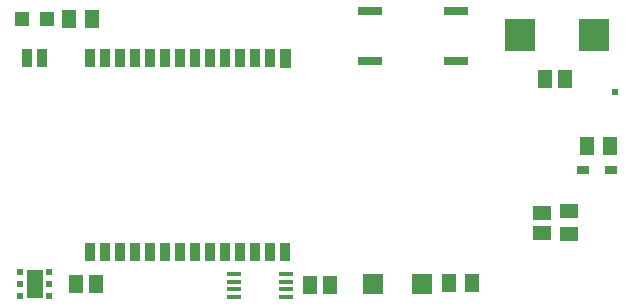
<source format=gbr>
G04 EAGLE Gerber RS-274X export*
G75*
%MOMM*%
%FSLAX34Y34*%
%LPD*%
%INSolderpaste Top*%
%IPPOS*%
%AMOC8*
5,1,8,0,0,1.08239X$1,22.5*%
G01*
%ADD10R,0.940000X1.600000*%
%ADD11C,0.037600*%
%ADD12R,0.500000X0.500000*%
%ADD13R,1.450000X2.400000*%
%ADD14R,2.550000X2.700000*%
%ADD15R,1.000000X0.800000*%
%ADD16R,1.300000X1.600000*%
%ADD17R,1.600000X1.300000*%
%ADD18R,1.500000X1.300000*%
%ADD19R,0.508000X0.508000*%
%ADD20R,1.800000X1.700000*%
%ADD21R,1.200000X1.200000*%
%ADD22R,1.300000X1.500000*%
%ADD23R,2.000000X0.800000*%
%ADD24R,1.200000X0.450000*%


D10*
X241166Y54407D03*
X228466Y54407D03*
X215766Y54407D03*
X203066Y54407D03*
X190366Y54407D03*
X177666Y54407D03*
X164966Y54407D03*
X152266Y54407D03*
X139566Y54407D03*
X126866Y54407D03*
X114166Y54407D03*
X101466Y54407D03*
X88766Y54407D03*
D11*
X245678Y210785D02*
X245678Y226409D01*
X245678Y210785D02*
X236654Y210785D01*
X236654Y226409D01*
X245678Y226409D01*
X245678Y211142D02*
X236654Y211142D01*
X236654Y211499D02*
X245678Y211499D01*
X245678Y211856D02*
X236654Y211856D01*
X236654Y212213D02*
X245678Y212213D01*
X245678Y212570D02*
X236654Y212570D01*
X236654Y212927D02*
X245678Y212927D01*
X245678Y213284D02*
X236654Y213284D01*
X236654Y213641D02*
X245678Y213641D01*
X245678Y213998D02*
X236654Y213998D01*
X236654Y214355D02*
X245678Y214355D01*
X245678Y214712D02*
X236654Y214712D01*
X236654Y215069D02*
X245678Y215069D01*
X245678Y215426D02*
X236654Y215426D01*
X236654Y215783D02*
X245678Y215783D01*
X245678Y216140D02*
X236654Y216140D01*
X236654Y216497D02*
X245678Y216497D01*
X245678Y216854D02*
X236654Y216854D01*
X236654Y217211D02*
X245678Y217211D01*
X245678Y217568D02*
X236654Y217568D01*
X236654Y217925D02*
X245678Y217925D01*
X245678Y218282D02*
X236654Y218282D01*
X236654Y218639D02*
X245678Y218639D01*
X245678Y218996D02*
X236654Y218996D01*
X236654Y219353D02*
X245678Y219353D01*
X245678Y219710D02*
X236654Y219710D01*
X236654Y220067D02*
X245678Y220067D01*
X245678Y220424D02*
X236654Y220424D01*
X236654Y220781D02*
X245678Y220781D01*
X245678Y221138D02*
X236654Y221138D01*
X236654Y221495D02*
X245678Y221495D01*
X245678Y221852D02*
X236654Y221852D01*
X236654Y222209D02*
X245678Y222209D01*
X245678Y222566D02*
X236654Y222566D01*
X236654Y222923D02*
X245678Y222923D01*
X245678Y223280D02*
X236654Y223280D01*
X236654Y223637D02*
X245678Y223637D01*
X245678Y223994D02*
X236654Y223994D01*
X236654Y224351D02*
X245678Y224351D01*
X245678Y224708D02*
X236654Y224708D01*
X236654Y225065D02*
X245678Y225065D01*
X245678Y225422D02*
X236654Y225422D01*
X236654Y225779D02*
X245678Y225779D01*
X245678Y226136D02*
X236654Y226136D01*
D10*
X228466Y218597D03*
X215766Y218597D03*
X203066Y218597D03*
X190366Y218597D03*
X177666Y218597D03*
X164966Y218597D03*
X152266Y218597D03*
X139566Y218597D03*
X126866Y218597D03*
X114166Y218597D03*
X101466Y218597D03*
X88766Y218597D03*
X35166Y218597D03*
X22466Y218597D03*
X76066Y54407D03*
X76066Y218597D03*
D12*
X16500Y37250D03*
X16500Y27250D03*
X16500Y17250D03*
X41500Y37250D03*
X41500Y27250D03*
X41500Y17250D03*
D13*
X29127Y27266D03*
D14*
X439600Y238000D03*
X503000Y238000D03*
D15*
X516750Y123750D03*
X493750Y123750D03*
D16*
X497000Y143750D03*
X516000Y143750D03*
D17*
X481500Y69750D03*
X481500Y88750D03*
D18*
X459000Y87750D03*
X459000Y70750D03*
D19*
X517750Y143750D03*
X520500Y190250D03*
D20*
X315750Y27000D03*
X356750Y27000D03*
D16*
X399250Y28000D03*
X380250Y28000D03*
X77250Y251250D03*
X58250Y251250D03*
D21*
X39500Y251250D03*
X18500Y251250D03*
D22*
X64250Y27500D03*
X81250Y27500D03*
X478500Y201000D03*
X461500Y201000D03*
D23*
X386000Y216000D03*
X386000Y258000D03*
X313000Y216000D03*
X313000Y258000D03*
D24*
X198250Y35750D03*
X198250Y29250D03*
X198250Y22750D03*
X198250Y16250D03*
X241750Y16250D03*
X241750Y22750D03*
X241750Y29250D03*
X241750Y35750D03*
D22*
X262500Y26000D03*
X279500Y26000D03*
M02*

</source>
